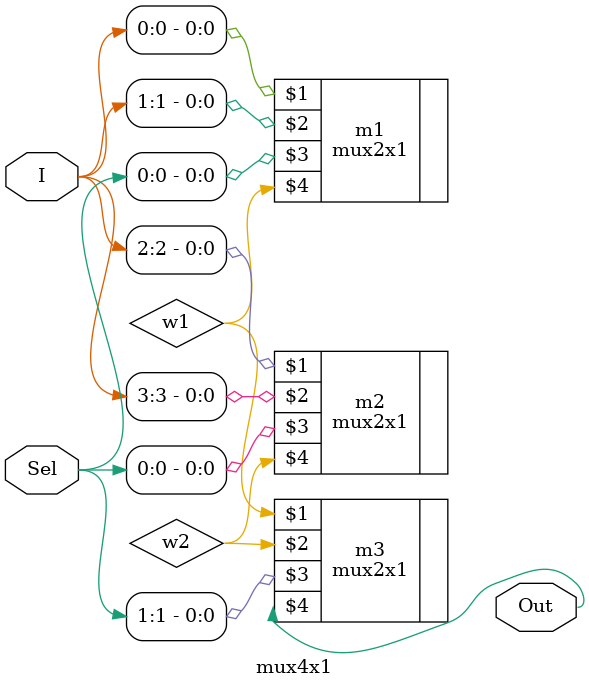
<source format=v>
module mux4x1(I, Sel, Out);
input [3:0] I;
input [1:0] Sel;
output Out;
wire [1:0] s1, s2;
wire w1, w2;

	mux2x1 m1(I[0],I[1], Sel[0], w1);
	mux2x1 m2(I[2], I[3], Sel[0], w2);
	mux2x1 m3(w1, w2, Sel[1], Out);

endmodule


</source>
